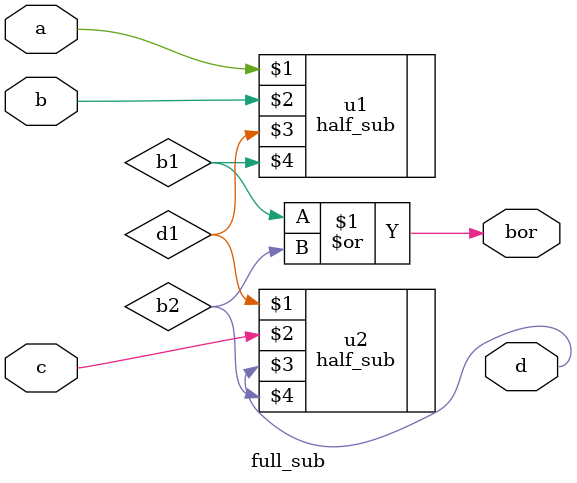
<source format=v>
`timescale 1ns / 1ps


module full_sub(
a,b,c,d,bor
    );
    input a, b, c;
    output d, bor;
    
    wire d1,b1,b2;
    
    half_sub u1(a,b,d1,b1);
    half_sub u2(d1,c,d,b2);
    
    assign bor = b1 | b2;

endmodule

</source>
